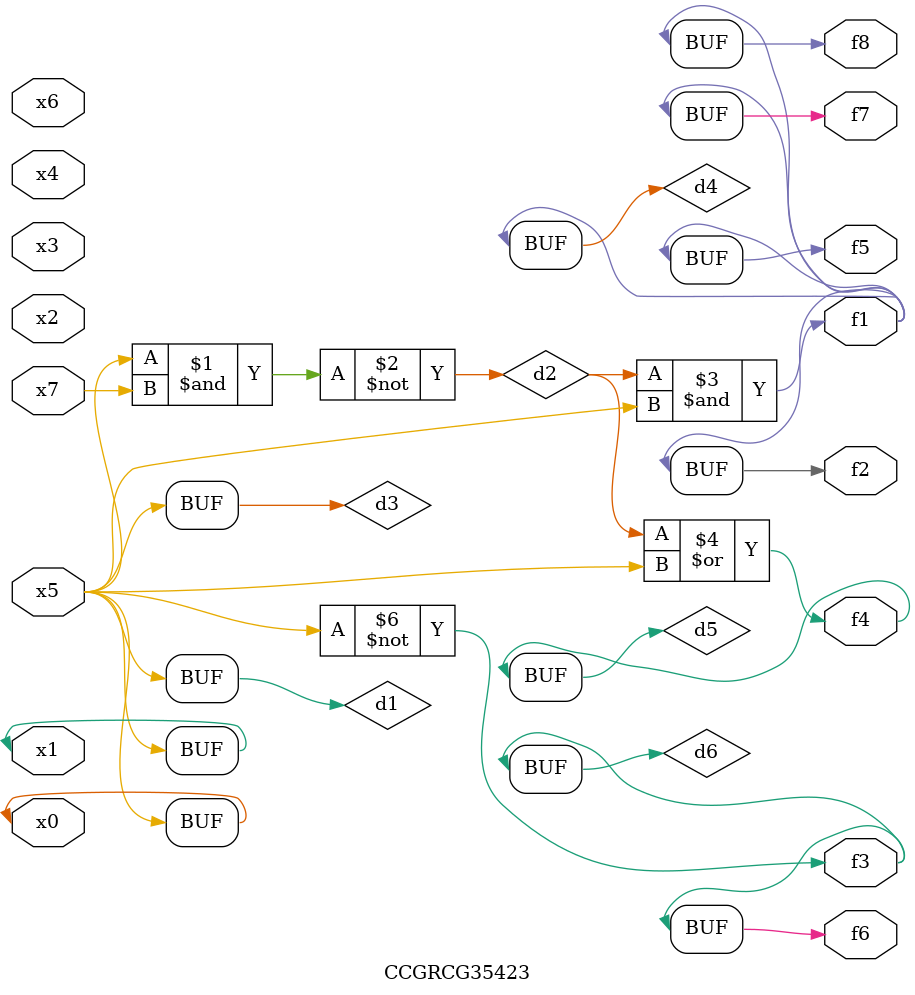
<source format=v>
module CCGRCG35423(
	input x0, x1, x2, x3, x4, x5, x6, x7,
	output f1, f2, f3, f4, f5, f6, f7, f8
);

	wire d1, d2, d3, d4, d5, d6;

	buf (d1, x0, x5);
	nand (d2, x5, x7);
	buf (d3, x0, x1);
	and (d4, d2, d3);
	or (d5, d2, d3);
	nor (d6, d1, d3);
	assign f1 = d4;
	assign f2 = d4;
	assign f3 = d6;
	assign f4 = d5;
	assign f5 = d4;
	assign f6 = d6;
	assign f7 = d4;
	assign f8 = d4;
endmodule

</source>
